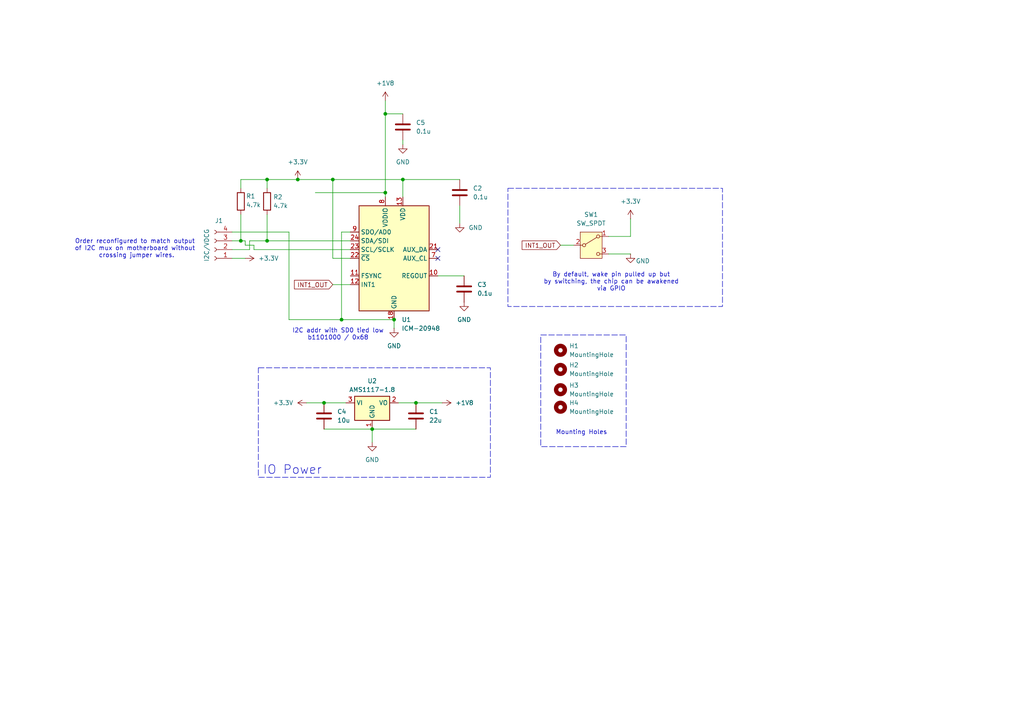
<source format=kicad_sch>
(kicad_sch (version 20231120) (generator "eeschema") (generator_version "8.0")
  (paper "A4")
  (title_block (title "IMU Module") (rev "1") (company "Capstone C6") (comment 1 "Rostislav Rozhok"))
  (lib_symbols
    (symbol "Connector:Conn_01x04_Socket" (pin_names (offset 1.016) hide)
      (property "Reference" "J" (at 0 5.08 0))
      (property "Value" "Conn_01x04_Socket" (at 0 -7.62 0))
      (symbol "Conn_01x04_Socket_1_1"
        (arc (start 0 -4.572) (mid -0.5058 -5.08) (end 0 -5.588) (stroke (width 0.1524)))
        (arc (start 0 -2.032) (mid -0.5058 -2.54) (end 0 -3.048) (stroke (width 0.1524)))
        (polyline (pts (xy -1.27 -5.08) (xy -0.508 -5.08)) (stroke (width 0.1524)))
        (polyline (pts (xy -1.27 -2.54) (xy -0.508 -2.54)) (stroke (width 0.1524)))
        (polyline (pts (xy -1.27 0) (xy -0.508 0)) (stroke (width 0.1524)))
        (polyline (pts (xy -1.27 2.54) (xy -0.508 2.54)) (stroke (width 0.1524)))
        (arc (start 0 0.508) (mid -0.5058 0) (end 0 -0.508) (stroke (width 0.1524)))
        (arc (start 0 3.048) (mid -0.5058 2.54) (end 0 2.032) (stroke (width 0.1524)))
        (pin passive line (at -5.08 2.54 0) (length 3.81) (name "Pin_1") (number "1"))
        (pin passive line (at -5.08 0 0) (length 3.81) (name "Pin_2") (number "2"))
        (pin passive line (at -5.08 -2.54 0) (length 3.81) (name "Pin_3") (number "3"))
        (pin passive line (at -5.08 -5.08 0) (length 3.81) (name "Pin_4") (number "4"))
      )
    )
    (symbol "Device:C" (pin_numbers hide) (pin_names (offset 0.254))
      (property "Reference" "C" (at 0.635 2.54 0))
      (property "Value" "C" (at 0.635 -2.54 0))
      (symbol "C_0_1"
        (polyline (pts (xy -2.032 -0.762) (xy 2.032 -0.762)) (stroke (width 0.508)))
        (polyline (pts (xy -2.032 0.762) (xy 2.032 0.762)) (stroke (width 0.508)))
      )
      (symbol "C_1_1"
        (pin passive line (at 0 3.81 270) (length 2.794) (name "~") (number "1"))
        (pin passive line (at 0 -3.81 90) (length 2.794) (name "~") (number "2"))
      )
    )
    (symbol "Device:R" (pin_numbers hide) (pin_names (offset 0))
      (property "Reference" "R" (at 2.032 0 90))
      (property "Value" "R" (at 0 0 90))
      (symbol "R_0_1"
        (rectangle (start -1.016 -2.54) (end 1.016 2.54) (stroke (width 0.254)))
      )
      (symbol "R_1_1"
        (pin passive line (at 0 3.81 270) (length 1.27) (name "~") (number "1"))
        (pin passive line (at 0 -3.81 90) (length 1.27) (name "~") (number "2"))
      )
    )
    (symbol "Mechanical:MountingHole" (pin_names (offset 1.016)) (exclude_from_sim yes) (in_bom no)
      (property "Reference" "H" (at 0 5.08 0))
      (property "Value" "MountingHole" (at 0 3.175 0))
      (symbol "MountingHole_0_1"
        (circle (center 0 0) (radius 1.27) (stroke (width 1.27)))
      )
    )
    (symbol "Regulator_Linear:AMS1117-1.8"
      (property "Reference" "U" (at -3.81 3.175 0))
      (property "Value" "AMS1117-1.8" (at 0 3.175 0))
      (symbol "AMS1117-1.8_0_1"
        (rectangle (start -5.08 -5.08) (end 5.08 1.905) (stroke (width 0.254)) (fill (type background)))
      )
      (symbol "AMS1117-1.8_1_1"
        (pin power_in line (at 0 -7.62 90) (length 2.54) (name "GND") (number "1"))
        (pin power_out line (at 7.62 0 180) (length 2.54) (name "VO") (number "2"))
        (pin power_in line (at -7.62 0 0) (length 2.54) (name "VI") (number "3"))
      )
    )
    (symbol "Sensor_Motion:ICM-20948"
      (property "Reference" "U" (at -11.43 16.51 0))
      (property "Value" "ICM-20948" (at 7.62 -16.51 0))
      (symbol "ICM-20948_0_1"
        (rectangle (start -10.16 15.24) (end 10.16 -15.24) (stroke (width 0.254)) (fill (type background)))
      )
      (symbol "ICM-20948_1_1"
        (pin no_connect line (at -10.16 12.7 0) (length 2.54) hide (name "NC") (number "1"))
        (pin passive line (at 12.7 -5.08 180) (length 2.54) (name "REGOUT") (number "10"))
        (pin input line (at -12.7 -5.08 0) (length 2.54) (name "FSYNC") (number "11"))
        (pin output line (at -12.7 -7.62 0) (length 2.54) (name "INT1") (number "12"))
        (pin power_in line (at 2.54 17.78 270) (length 2.54) (name "VDD") (number "13"))
        (pin no_connect line (at 10.16 7.62 180) (length 2.54) hide (name "NC") (number "14"))
        (pin no_connect line (at 10.16 5.08 180) (length 2.54) hide (name "NC") (number "15"))
        (pin no_connect line (at 10.16 -7.62 180) (length 2.54) hide (name "NC") (number "16"))
        (pin no_connect line (at 10.16 -10.16 180) (length 2.54) hide (name "NC") (number "17"))
        (pin power_in line (at 0 -17.78 90) (length 2.54) (name "GND") (number "18"))
        (pin no_connect line (at 10.16 -12.7 180) (length 2.54) hide (name "RESV") (number "19"))
        (pin no_connect line (at -10.16 10.16 0) (length 2.54) hide (name "NC") (number "2"))
        (pin passive line (at 0 -17.78 90) (length 2.54) hide (name "GND") (number "20"))
        (pin bidirectional line (at 12.7 2.54 180) (length 2.54) (name "AUX_DA") (number "21"))
        (pin input line (at -12.7 0 0) (length 2.54) (name "~{CS}") (number "22"))
        (pin input line (at -12.7 2.54 0) (length 2.54) (name "SCL/SCLK") (number "23"))
        (pin bidirectional line (at -12.7 5.08 0) (length 2.54) (name "SDA/SDI") (number "24"))
        (pin no_connect line (at -10.16 -2.54 0) (length 2.54) hide (name "NC") (number "3"))
        (pin no_connect line (at -10.16 -10.16 0) (length 2.54) hide (name "NC") (number "4"))
        (pin no_connect line (at -10.16 -12.7 0) (length 2.54) hide (name "NC") (number "5"))
        (pin no_connect line (at 10.16 10.16 180) (length 2.54) hide (name "NC") (number "6"))
        (pin output line (at 12.7 0 180) (length 2.54) (name "AUX_CL") (number "7"))
        (pin power_in line (at -2.54 17.78 270) (length 2.54) (name "VDDIO") (number "8"))
        (pin bidirectional line (at -12.7 7.62 0) (length 2.54) (name "SDO/AD0") (number "9"))
      )
    )
    (symbol "Switch:SW_SPDT" (pin_names (offset 0) hide)
      (property "Reference" "SW" (at 0 5.08 0))
      (property "Value" "SW_SPDT" (at 0 -5.08 0))
      (symbol "SW_SPDT_0_1"
        (circle (center -2.032 0) (radius 0.4572))
        (polyline (pts (xy -1.651 0.254) (xy 1.651 2.286)))
        (circle (center 2.032 -2.54) (radius 0.4572))
        (circle (center 2.032 2.54) (radius 0.4572))
      )
      (symbol "SW_SPDT_1_1"
        (rectangle (start -3.175 3.81) (end 3.175 -3.81) (fill (type background)))
        (pin passive line (at 5.08 2.54 180) (length 2.54) (name "A") (number "1"))
        (pin passive line (at -5.08 0 0) (length 2.54) (name "B") (number "2"))
        (pin passive line (at 5.08 -2.54 180) (length 2.54) (name "C") (number "3"))
      )
    )
    (symbol "power:+1V8" (power) (pin_numbers hide) (pin_names (offset 0) hide)
      (property "Value" "+1V8" (at 0 3.556 0))
      (symbol "+1V8_0_1"
        (polyline (pts (xy -0.762 1.27) (xy 0 2.54)))
        (polyline (pts (xy 0 0) (xy 0 2.54)))
        (polyline (pts (xy 0 2.54) (xy 0.762 1.27)))
      )
      (symbol "+1V8_1_1"
        (pin power_in line (at 0 0 90) (length 0) (name "~") (number "1"))
      )
    )
    (symbol "power:+3.3V" (power) (pin_numbers hide) (pin_names (offset 0) hide)
      (property "Value" "+3.3V" (at 0 3.556 0))
      (symbol "+3.3V_0_1"
        (polyline (pts (xy -0.762 1.27) (xy 0 2.54)))
        (polyline (pts (xy 0 0) (xy 0 2.54)))
        (polyline (pts (xy 0 2.54) (xy 0.762 1.27)))
      )
      (symbol "+3.3V_1_1"
        (pin power_in line (at 0 0 90) (length 0) (name "~") (number "1"))
      )
    )
    (symbol "power:GND" (power) (pin_numbers hide) (pin_names (offset 0) hide)
      (property "Value" "GND" (at 0 -3.81 0))
      (symbol "GND_0_1"
        (polyline (pts (xy 0 0) (xy 0 -1.27) (xy 1.27 -1.27) (xy 0 -2.54) (xy -1.27 -1.27) (xy 0 -1.27)))
      )
      (symbol "GND_1_1"
        (pin power_in line (at 0 0 270) (length 0) (name "~") (number "1"))
      )
    )
  )
  (junction (at 111.76 33.02))
  (junction (at 69.85 69.85))
  (junction (at 93.98 116.84))
  (junction (at 107.95 124.46))
  (junction (at 77.47 69.85))
  (junction (at 96.52 52.07))
  (junction (at 111.76 55.88))
  (junction (at 99.06 92.71))
  (junction (at 120.65 116.84))
  (junction (at 114.3 92.71))
  (junction (at 77.47 52.07))
  (junction (at 116.84 52.07))
  (junction (at 86.36 52.07))
  (no_connect (at 127 74.93))
  (no_connect (at 127 72.39))
  (wire (pts (xy 71.12 69.85) (xy 71.12 71.12)))
  (wire (pts (xy 99.06 67.31) (xy 99.06 92.71)))
  (wire (pts (xy 115.57 116.84) (xy 120.65 116.84)))
  (wire (pts (xy 72.39 72.39) (xy 67.31 72.39)))
  (wire (pts (xy 69.85 52.07) (xy 77.47 52.07)))
  (wire (pts (xy 111.76 33.02) (xy 111.76 55.88)))
  (wire (pts (xy 88.9 116.84) (xy 93.98 116.84)))
  (wire (pts (xy 99.06 92.71) (xy 114.3 92.71)))
  (wire (pts (xy 69.85 69.85) (xy 71.12 69.85)))
  (wire (pts (xy 116.84 52.07) (xy 133.35 52.07)))
  (wire (pts (xy 133.35 59.69) (xy 133.35 64.77)))
  (wire (pts (xy 114.3 92.71) (xy 114.3 95.25)))
  (wire (pts (xy 96.52 74.93) (xy 101.6 74.93)))
  (wire (pts (xy 67.31 67.31) (xy 83.82 67.31)))
  (wire (pts (xy 116.84 40.64) (xy 116.84 41.91)))
  (wire (pts (xy 73.66 71.12) (xy 73.66 72.39)))
  (wire (pts (xy 67.31 69.85) (xy 69.85 69.85)))
  (wire (pts (xy 67.31 74.93) (xy 71.12 74.93)))
  (wire (pts (xy 71.12 71.12) (xy 73.66 71.12)))
  (wire (pts (xy 91.44 55.88) (xy 111.76 55.88)))
  (wire (pts (xy 111.76 55.88) (xy 111.76 57.15)))
  (wire (pts (xy 182.88 63.5) (xy 182.88 68.58)))
  (wire (pts (xy 93.98 116.84) (xy 100.33 116.84)))
  (wire (pts (xy 77.47 54.61) (xy 77.47 52.07)))
  (wire (pts (xy 101.6 67.31) (xy 99.06 67.31)))
  (wire (pts (xy 83.82 67.31) (xy 83.82 92.71)))
  (wire (pts (xy 96.52 82.55) (xy 101.6 82.55)))
  (wire (pts (xy 77.47 62.23) (xy 77.47 69.85)))
  (wire (pts (xy 72.39 69.85) (xy 72.39 72.39)))
  (wire (pts (xy 69.85 54.61) (xy 69.85 52.07)))
  (wire (pts (xy 93.98 124.46) (xy 107.95 124.46)))
  (wire (pts (xy 83.82 92.71) (xy 99.06 92.71)))
  (wire (pts (xy 111.76 29.21) (xy 111.76 33.02)))
  (wire (pts (xy 86.36 52.07) (xy 96.52 52.07)))
  (wire (pts (xy 96.52 52.07) (xy 96.52 74.93)))
  (wire (pts (xy 107.95 124.46) (xy 120.65 124.46)))
  (wire (pts (xy 72.39 69.85) (xy 77.47 69.85)))
  (wire (pts (xy 162.56 71.12) (xy 166.37 71.12)))
  (wire (pts (xy 176.53 73.66) (xy 182.88 73.66)))
  (wire (pts (xy 69.85 62.23) (xy 69.85 69.85)))
  (wire (pts (xy 73.66 72.39) (xy 101.6 72.39)))
  (wire (pts (xy 116.84 57.15) (xy 116.84 52.07)))
  (wire (pts (xy 120.65 116.84) (xy 128.27 116.84)))
  (wire (pts (xy 77.47 69.85) (xy 101.6 69.85)))
  (wire (pts (xy 127 80.01) (xy 134.62 80.01)))
  (wire (pts (xy 96.52 52.07) (xy 116.84 52.07)))
  (wire (pts (xy 176.53 68.58) (xy 182.88 68.58)))
  (wire (pts (xy 107.95 124.46) (xy 107.95 128.27)))
  (wire (pts (xy 116.84 33.02) (xy 111.76 33.02)))
  (wire (pts (xy 77.47 52.07) (xy 86.36 52.07)))
  (rectangle (start 156.845 97.155) (end 181.61 129.54) (stroke (width 0) (type dash)))
  (rectangle (start 74.93 106.68) (end 142.24 138.43) (stroke (width 0) (type dash)))
  (rectangle (start 147.32 54.61) (end 209.55 88.9) (stroke (width 0) (type dash)))
  (text "I2C addr with SD0 tied low\nb1101000 / 0x68" (at 98.044 97.028 0) (effects (font (size 1.27 1.27))))
  (text "Mounting Holes" (at 168.656 125.476 0) (effects (font (size 1.27 1.27))))
  (text "IO Power" (at 84.836 136.398 0) (effects (font (size 2.54 2.54))))
  (text "Order reconfigured to match output \nof I2C mux on motherboard without \ncrossing jumper wires." (at 39.624 72.136 0) (effects (font (size 1.27 1.27))))
  (text "By default, wake pin pulled up but\nby switching, the chip can be awakened\nvia GPIO" (at 177.292 81.788 0) (effects (font (size 1.27 1.27))))
  (global_label "INT1_OUT" (shape input) (at 162.56 71.12 180) (property "Intersheetrefs" "${INTERSHEET_REFS}" (effects (hide yes))))
  (global_label "INT1_OUT" (shape input) (at 96.52 82.55 180) (property "Intersheetrefs" "${INTERSHEET_REFS}" (effects (hide yes))))
  (symbol (lib_id "power:+3.3V") (at 71.12 74.93 270) (unit 1)
    (property "Reference" "#PWR03" (effects (hide yes)))
    (property "Value" "+3.3V" (at 74.93 74.9299 90) (effects (justify left)))
    (property "Description" "Power symbol creates a global label with name \"+3.3V\"" (effects (hide yes)))
  )
  (symbol (lib_id "power:+3.3V") (at 88.9 116.84 90) (unit 1)
    (property "Reference" "#PWR06" (effects (hide yes)))
    (property "Value" "+3.3V" (at 85.09 116.8399 90) (effects (justify left)))
    (property "Description" "Power symbol creates a global label with name \"+3.3V\"" (effects (hide yes)))
  )
  (symbol (lib_id "power:+3.3V") (at 182.88 63.5 0) (unit 1)
    (property "Reference" "#PWR010" (effects (hide yes)))
    (property "Value" "+3.3V" (at 182.88 58.42 0))
    (property "Description" "Power symbol creates a global label with name \"+3.3V\"" (effects (hide yes)))
  )
  (symbol (lib_id "Mechanical:MountingHole") (at 162.56 113.03 0) (unit 1) (exclude_from_sim yes) (in_bom no)
    (property "Reference" "H3" (at 165.1 111.7599 0) (effects (justify left)))
    (property "Value" "MountingHole" (at 165.1 114.2999 0) (effects (justify left)))
    (property "Footprint" "MountingHole:MountingHole_2.2mm_M2" (effects (hide yes)))
    (property "Description" "Mounting Hole without connection" (effects (hide yes)))
  )
  (symbol (lib_id "Device:C") (at 116.84 36.83 180) (unit 1)
    (property "Reference" "C5" (at 120.65 35.5599 0) (effects (justify right)))
    (property "Value" "0.1u" (at 120.65 38.0999 0) (effects (justify right)))
    (property "Footprint" "Capacitor_SMD:C_0402_1005Metric" (effects (hide yes)))
    (property "Description" "Unpolarized capacitor" (effects (hide yes)))
  )
  (symbol (lib_id "Mechanical:MountingHole") (at 162.551 107.1483 0) (unit 1) (exclude_from_sim yes) (in_bom no)
    (property "Reference" "H2" (at 165.091 105.8782 0) (effects (justify left)))
    (property "Value" "MountingHole" (at 165.091 108.4182 0) (effects (justify left)))
    (property "Footprint" "MountingHole:MountingHole_2.2mm_M2" (effects (hide yes)))
    (property "Description" "Mounting Hole without connection" (effects (hide yes)))
  )
  (symbol (lib_id "Device:C") (at 93.98 120.65 0) (unit 1)
    (property "Reference" "C4" (at 97.79 119.3799 0) (effects (justify left)))
    (property "Value" "10u" (at 97.79 121.9199 0) (effects (justify left)))
    (property "Footprint" "Capacitor_SMD:C_0402_1005Metric" (effects (hide yes)))
    (property "Description" "Unpolarized capacitor" (effects (hide yes)))
  )
  (symbol (lib_id "Device:C") (at 120.65 120.65 0) (unit 1)
    (property "Reference" "C1" (at 124.46 119.3799 0) (effects (justify left)))
    (property "Value" "22u" (at 124.46 121.9199 0) (effects (justify left)))
    (property "Footprint" "Capacitor_SMD:C_0402_1005Metric" (effects (hide yes)))
    (property "Description" "Unpolarized capacitor" (effects (hide yes)))
  )
  (symbol (lib_id "Device:R") (at 77.47 58.42 180) (unit 1)
    (property "Reference" "R2" (at 79.248 57.15 0) (effects (justify right)))
    (property "Value" "4.7k" (at 79.248 59.69 0) (effects (justify right)))
    (property "Footprint" "Resistor_SMD:R_0603_1608Metric" (effects (hide yes)))
    (property "Description" "Resistor" (effects (hide yes)))
  )
  (symbol (lib_id "Connector:Conn_01x04_Socket") (at 62.23 72.39 180) (unit 1)
    (property "Reference" "J1" (at 63.5 64.008 0))
    (property "Value" "I2C/VDCG" (at 59.944 71.12 90))
    (property "Footprint" "Connector_PinSocket_2.54mm:PinSocket_1x04_P2.54mm_Horizontal" (effects (hide yes)))
    (property "Description" "Generic connector, single row, 01x04, script generated" (effects (hide yes)))
  )
  (symbol (lib_id "Mechanical:MountingHole") (at 162.56 101.6 0) (unit 1) (exclude_from_sim yes) (in_bom no)
    (property "Reference" "H1" (at 165.1 100.3299 0) (effects (justify left)))
    (property "Value" "MountingHole" (at 165.1 102.8699 0) (effects (justify left)))
    (property "Footprint" "MountingHole:MountingHole_2.2mm_M2" (effects (hide yes)))
    (property "Description" "Mounting Hole without connection" (effects (hide yes)))
  )
  (symbol (lib_id "Device:C") (at 133.35 55.88 180) (unit 1)
    (property "Reference" "C2" (at 137.16 54.6099 0) (effects (justify right)))
    (property "Value" "0.1u" (at 137.16 57.1499 0) (effects (justify right)))
    (property "Footprint" "Capacitor_SMD:C_0402_1005Metric" (effects (hide yes)))
    (property "Description" "Unpolarized capacitor" (effects (hide yes)))
  )
  (symbol (lib_id "Mechanical:MountingHole") (at 162.56 118.11 0) (unit 1) (exclude_from_sim yes) (in_bom no)
    (property "Reference" "H4" (at 165.1 116.8399 0) (effects (justify left)))
    (property "Value" "MountingHole" (at 165.1 119.3799 0) (effects (justify left)))
    (property "Footprint" "MountingHole:MountingHole_2.2mm_M2" (effects (hide yes)))
    (property "Description" "Mounting Hole without connection" (effects (hide yes)))
  )
  (symbol (lib_id "Device:C") (at 134.62 83.82 180) (unit 1)
    (property "Reference" "C3" (at 138.43 82.5499 0) (effects (justify right)))
    (property "Value" "0.1u" (at 138.43 85.0899 0) (effects (justify right)))
    (property "Footprint" "Capacitor_SMD:C_0402_1005Metric" (effects (hide yes)))
    (property "Description" "Unpolarized capacitor" (effects (hide yes)))
  )
  (symbol (lib_id "power:GND") (at 116.84 41.91 0) (unit 1)
    (property "Reference" "#PWR08" (effects (hide yes)))
    (property "Value" "GND" (at 116.84 46.99 0))
    (property "Description" "Power symbol creates a global label with name \"GND\" , ground" (effects (hide yes)))
  )
  (symbol (lib_id "power:+1V8") (at 111.76 29.21 0) (unit 1)
    (property "Reference" "#PWR09" (effects (hide yes)))
    (property "Value" "+1V8" (at 111.76 24.13 0))
    (property "Description" "Power symbol creates a global label with name \"+1V8\"" (effects (hide yes)))
  )
  (symbol (lib_id "Device:R") (at 69.85 58.42 180) (unit 1)
    (property "Reference" "R1" (at 71.374 56.896 0) (effects (justify right)))
    (property "Value" "4.7k" (at 71.374 59.436 0) (effects (justify right)))
    (property "Footprint" "Resistor_SMD:R_0603_1608Metric" (effects (hide yes)))
    (property "Description" "Resistor" (effects (hide yes)))
  )
  (symbol (lib_id "power:GND") (at 114.3 95.25 0) (unit 1)
    (property "Reference" "#PWR011" (effects (hide yes)))
    (property "Value" "GND" (at 114.3 100.33 0))
    (property "Description" "Power symbol creates a global label with name \"GND\" , ground" (effects (hide yes)))
  )
  (symbol (lib_id "power:GND") (at 107.95 128.27 0) (unit 1)
    (property "Reference" "#PWR05" (effects (hide yes)))
    (property "Value" "GND" (at 107.95 133.35 0))
    (property "Description" "Power symbol creates a global label with name \"GND\" , ground" (effects (hide yes)))
  )
  (symbol (lib_id "power:+1V8") (at 128.27 116.84 270) (unit 1)
    (property "Reference" "#PWR07" (effects (hide yes)))
    (property "Value" "+1V8" (at 132.08 116.8399 90) (effects (justify left)))
    (property "Description" "Power symbol creates a global label with name \"+1V8\"" (effects (hide yes)))
  )
  (symbol (lib_id "power:+3.3V") (at 86.36 52.07 0) (unit 1)
    (property "Reference" "#PWR04" (effects (hide yes)))
    (property "Value" "+3.3V" (at 86.36 46.99 0))
    (property "Description" "Power symbol creates a global label with name \"+3.3V\"" (effects (hide yes)))
  )
  (symbol (lib_id "power:GND") (at 133.35 64.77 0) (unit 1)
    (property "Reference" "#PWR01" (effects (hide yes)))
    (property "Value" "GND" (at 135.89 66.0399 0) (effects (justify left)))
    (property "Description" "Power symbol creates a global label with name \"GND\" , ground" (effects (hide yes)))
  )
  (symbol (lib_id "power:GND") (at 182.88 73.66 0) (unit 1)
    (property "Reference" "#PWR012" (effects (hide yes)))
    (property "Value" "GND" (at 186.436 75.692 0))
    (property "Description" "Power symbol creates a global label with name \"GND\" , ground" (effects (hide yes)))
  )
  (symbol (lib_id "Switch:SW_SPDT") (at 171.45 71.12 0) (unit 1)
    (property "Reference" "SW1" (at 171.45 62.23 0))
    (property "Value" "SW_SPDT" (at 171.45 64.77 0))
    (property "Footprint" "external_footprints:SW_SSSS811101" (effects (hide yes)))
    (property "Description" "Switch, single pole double throw" (effects (hide yes)))
  )
  (symbol (lib_id "power:GND") (at 134.62 87.63 0) (unit 1)
    (property "Reference" "#PWR02" (effects (hide yes)))
    (property "Value" "GND" (at 134.62 92.71 0))
    (property "Description" "Power symbol creates a global label with name \"GND\" , ground" (effects (hide yes)))
  )
  (symbol (lib_id "Sensor_Motion:ICM-20948") (at 114.3 74.93 0) (unit 1)
    (property "Reference" "U1" (at 116.4941 92.71 0) (effects (justify left)))
    (property "Value" "ICM-20948" (at 116.4941 95.25 0) (effects (justify left)))
    (property "Footprint" "Sensor_Motion:InvenSense_QFN-24_3x3mm_P0.4mm" (effects (hide yes)))
    (property "Datasheet" "http://www.invensense.com/wp-content/uploads/2016/06/DS-000189-ICM-20948-v1.3.pdf" (effects (hide yes)))
    (property "Description" "InvenSense 9-Axis Motion Sensor, Accelerometer, Gyroscope, Compass, I2C/SPI, QFN-24" (effects (hide yes)))
  )
  (symbol (lib_id "Regulator_Linear:AMS1117-1.8") (at 107.95 116.84 0) (unit 1)
    (property "Reference" "U2" (at 107.95 110.49 0))
    (property "Value" "AMS1117-1.8" (at 107.95 113.03 0))
    (property "Footprint" "Package_TO_SOT_SMD:SOT-223-3_TabPin2" (effects (hide yes)))
    (property "Datasheet" "http://www.advanced-monolithic.com/pdf/ds1117.pdf" (effects (hide yes)))
    (property "Description" "1A Low Dropout regulator, positive, 1.8V fixed output, SOT-223" (effects (hide yes)))
  )
)
</source>
